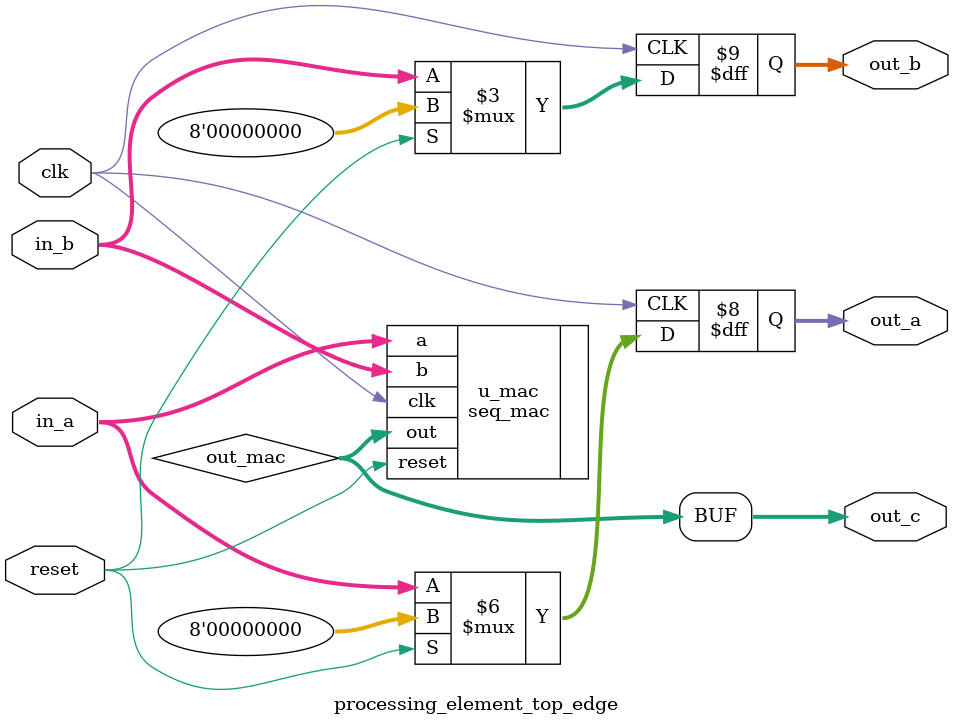
<source format=v>
`define DWIDTH 8
module processing_element_top_edge(
	reset, 
	clk, 
	in_a,
	in_b, 
	out_a, 
	out_b, 
	out_c
	);
   
   `ifdef complex_dsp
   
	input reset;
	input clk;
	input  [`DWIDTH-1:0] in_a;
	input  [18:0] in_b;
	output reg [`DWIDTH-1:0] out_a;
	output [18:0] out_b;
	output [`DWIDTH-1:0] out_c;  //reduced precision
   
	wire [18:0] scanout;
	wire [63:0] chainout; //unconnected
	wire [63:0] result;
	wire [17:0] ax;
	wire [18:0] ay;
	wire [35:0] bx;
	wire [63:0] chainin; //unconnected
	wire [18:0] scanin; //unconnected
	wire [11:0] mode_sigs;
   
	assign mode_sigs = 12'b010101010101;  //Any value of mode_sigs (structural, not functional, correctness)
	assign ax = {{(18-`DWIDTH){1'b0}}, in_a};
	assign ay = {{(19-`DWIDTH){1'b0}}, in_b};
	assign bx = 36'b0;
   
	 //We will instantiate DSP slices with input chaining.
	 //Input chaining is only supported in the 18x19 mode or the 27x27 mode.
	 //We will use the input chain provided by the DSP for the B input. For A, the chain will be manual.
   
	 mult_add_int_18x19 u_pe(
	   .clk(clk),
	   .reset(reset),
	   .mode_sigs(mode_sigs),
	   .ax(ax),
	   .ay(ay),
	   .bx(bx),
	   .chainin(chainin),
	   .scanin(scanin),
	   .result(result),
	   .chainout(chainout),
	   .scanout(scanout)
	 );
   
	always @(posedge clk)begin
	   if(reset) begin
		 out_a<=0;
	   end
	   else begin  
		 out_a<=in_a;
	   end
	end
   
	assign out_b = scanout;
	assign out_c = result[`DWIDTH-1:0];
   
   `else
   
	input reset;
	input clk;
	input  [`DWIDTH-1:0] in_a;
	input  [`DWIDTH-1:0] in_b;
	output reg [`DWIDTH-1:0] out_a;
	output reg [`DWIDTH-1:0] out_b;
	output [`DWIDTH-1:0] out_c;  //reduced precision
   
	wire [`DWIDTH-1:0] out_mac;
   
	assign out_c = out_mac;
   
	seq_mac u_mac(.a(in_a), .b(in_b), .out(out_mac), .reset(reset), .clk(clk));
   
	always @(posedge clk)begin
	   if(reset) begin
		 out_a<=0;
		 out_b<=0;
	   end
	   else begin  
		 out_a<=in_a;
		 out_b<=in_b;
	   end
	end
   
   `endif
	
   endmodule

</source>
